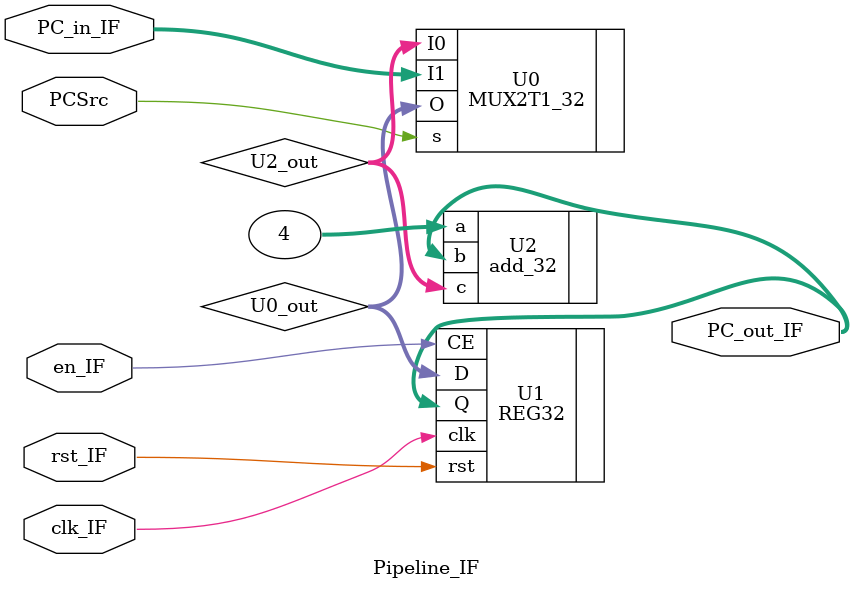
<source format=v>
`timescale 1ns / 1ps


module Pipeline_IF(
    input clk_IF,
    input rst_IF,
    input en_IF,
    input [31:0]PC_in_IF,
    input PCSrc,
    output [31:0]PC_out_IF
    );
    
    wire[31:0] U0_out, U2_out;
    MUX2T1_32 U0(
        .I0(U2_out),
        .I1(PC_in_IF),
        .s(PCSrc),
        .O(U0_out)
    );

    REG32 U1(
        .clk(clk_IF),
        .rst(rst_IF),
        .CE(en_IF),
        .D(U0_out),
        .Q(PC_out_IF)
    );

    add_32 U2(
        .a(32'h4),
        .b(PC_out_IF),
        .c(U2_out)
    );

endmodule

</source>
